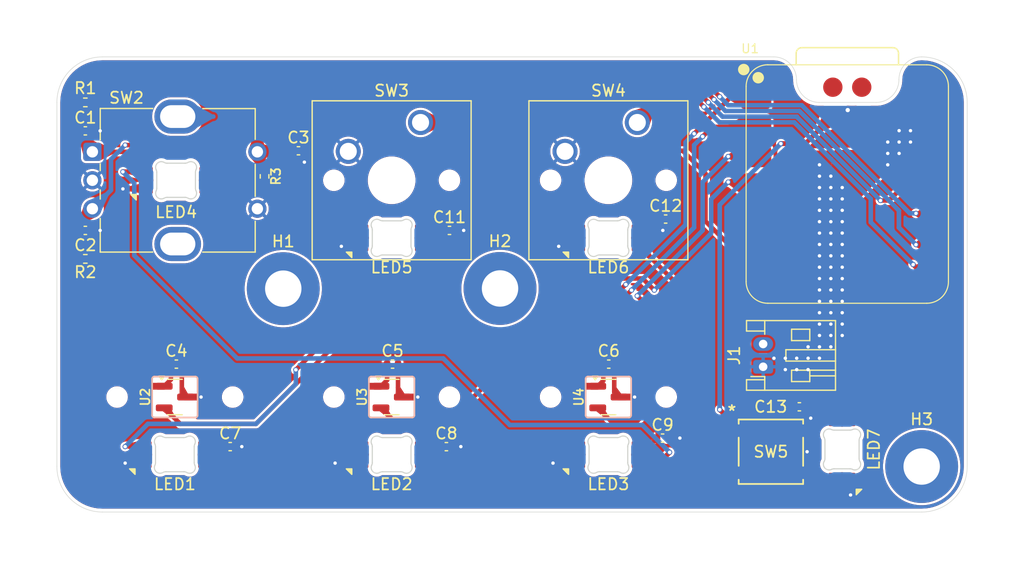
<source format=kicad_pcb>
(kicad_pcb (version 20241229) (generator "pcbnew") (generator_version "9.0")
  (layers (0 "F.Cu" signal) (2 "B.Cu" signal) (13 "F.Paste" user) (15 "B.Paste" user) (5 "F.SilkS" user "F.Silkscreen") (7 "B.SilkS" user "B.Silkscreen") (1 "F.Mask" user) (3 "B.Mask" user) (25 "Edge.Cuts" user))
  (net 0 "")
  (net 1 "GND")
  (net 2 "/D8")
  (net 3 "/D9")
  (net 4 "/D10")
  (net 5 "+3.3V")
  (net 6 "Net-(J1-Pin_2)")
  (net 7 "Net-(LED1-DOUT)")
  (net 8 "/A3")
  (net 9 "Net-(LED2-DOUT)")
  (net 10 "Net-(LED3-DOUT)")
  (net 11 "Net-(LED4-DOUT)")
  (net 12 "Net-(LED5-DOUT)")
  (net 13 "Net-(LED6-DOUT)")
  (net 14 "Net-(LED7-DOUT)")
  (net 15 "/RESET")
  (net 16 "/D6")
  (net 17 "/D7")
  (net 18 "/A5")
  (net 19 "+5V")
  (net 21 "/A0")
  (net 25 "/A1")
  (net 26 "/A4")
  (net 27 "/A2")
  (footprint "Button_Switch_Keyboard:SW_Cherry_MX_1.00u_PCB" (layer "F.Cu") (at 131.00875 75.76375)
    (property "Reference" "SW4")
    (property "Value" "SW_Push")
  )
  (footprint "Capacitor_SMD:C_0402_1005Metric" (layer "F.Cu") (at 95.23 104.25)
    (property "Reference" "C7")
    (property "Value" "100n")
  )
  (footprint "Capacitor_SMD:C_0402_1005Metric" (layer "F.Cu") (at 82.5 85.25)
    (property "Reference" "C2")
    (property "Value" "100n")
  )
  (footprint "PCM_marbastlib-mx:LED_MX_6028R" (layer "F.Cu") (at 109.41875 104.95625)
    (property "Reference" "LED2")
    (property "Value" "MX_SK6812MINI-E")
    (fp_line (start -1.699999 -0.702843) (end -1.699999 0.702841) (stroke (width 0.1)) (layer "Edge.Cuts"))
    (fp_line (start -0.794452 1.499999) (end 0.794452 1.499999) (stroke (width 0.1)) (layer "Edge.Cuts"))
    (fp_line (start 0.794452 -1.5) (end -0.794453 -1.5) (stroke (width 0.1)) (layer "Edge.Cuts"))
    (fp_line (start 1.699999 0.702841) (end 1.699999 -0.702843) (stroke (width 0.1)) (layer "Edge.Cuts"))
    (fp_arc (start -1.749484 -0.919721) (mid -1.712527 -0.814069) (end -1.699999 -0.702844) (stroke (width 0.1)) (layer "Edge.Cuts"))
    (fp_arc (start -1.749484 -0.919721) (mid -1.638071 -1.504035) (end -1.046711 -1.568299) (stroke (width 0.1)) (layer "Edge.Cuts"))
    (fp_arc (start -1.699999 0.702841) (mid -1.712527 0.814067) (end -1.749484 0.919719) (stroke (width 0.1)) (layer "Edge.Cuts"))
    (fp_arc (start -1.046711 1.568298) (mid -1.638072 1.504034) (end -1.749484 0.919718) (stroke (width 0.1)) (layer "Edge.Cuts"))
    (fp_arc (start -1.046711 1.568298) (mid -0.925123 1.517376) (end -0.794452 1.499999) (stroke (width 0.1)) (layer "Edge.Cuts"))
    (fp_arc (start -0.794453 -1.5) (mid -0.925123 -1.517377) (end -1.046711 -1.568299) (stroke (width 0.1)) (layer "Edge.Cuts"))
    (fp_arc (start 0.794452 1.499999) (mid 0.925122 1.517376) (end 1.04671 1.568298) (stroke (width 0.1)) (layer "Edge.Cuts"))
    (fp_arc (start 1.046711 -1.5683) (mid 0.925123 -1.517378) (end 0.794453 -1.500001) (stroke (width 0.1)) (layer "Edge.Cuts"))
    (fp_arc (start 1.046711 -1.5683) (mid 1.638071 -1.504036) (end 1.749484 -0.919721) (stroke (width 0.1)) (layer "Edge.Cuts"))
    (fp_arc (start 1.699999 -0.702843) (mid 1.712527 -0.814069) (end 1.749484 -0.919721) (stroke (width 0.1)) (layer "Edge.Cuts"))
    (fp_arc (start 1.749484 0.919719) (mid 1.63807 1.504033) (end 1.046711 1.568296) (stroke (width 0.1)) (layer "Edge.Cuts"))
    (fp_arc (start 1.749484 0.919719) (mid 1.712527 0.814067) (end 1.699999 0.702842) (stroke (width 0.1)) (layer "Edge.Cuts"))
  )
  (footprint "PTS526_SM15_SMTR2_LFS:SON4_PTS526 SM15 SMTR2 LFS_CNK" (layer "F.Cu") (at 142.75 104.7)
    (property "Reference" "SW5")
    (property "Value" "PTS526 SM15 SMTR2 LFS")
  )
  (footprint "PCM_marbastlib-mx:LED_MX_6028R" (layer "F.Cu") (at 128.46875 104.95625)
    (property "Reference" "LED3")
    (property "Value" "MX_SK6812MINI-E")
    (fp_line (start -1.699999 -0.702843) (end -1.699999 0.702841) (stroke (width 0.1)) (layer "Edge.Cuts"))
    (fp_line (start -0.794452 1.499999) (end 0.794452 1.499999) (stroke (width 0.1)) (layer "Edge.Cuts"))
    (fp_line (start 0.794452 -1.5) (end -0.794453 -1.5) (stroke (width 0.1)) (layer "Edge.Cuts"))
    (fp_line (start 1.699999 0.702841) (end 1.699999 -0.702843) (stroke (width 0.1)) (layer "Edge.Cuts"))
    (fp_arc (start -1.749484 -0.919721) (mid -1.712527 -0.814069) (end -1.699999 -0.702844) (stroke (width 0.1)) (layer "Edge.Cuts"))
    (fp_arc (start -1.749484 -0.919721) (mid -1.638071 -1.504035) (end -1.046711 -1.568299) (stroke (width 0.1)) (layer "Edge.Cuts"))
    (fp_arc (start -1.699999 0.702841) (mid -1.712527 0.814067) (end -1.749484 0.919719) (stroke (width 0.1)) (layer "Edge.Cuts"))
    (fp_arc (start -1.046711 1.568298) (mid -1.638072 1.504034) (end -1.749484 0.919718) (stroke (width 0.1)) (layer "Edge.Cuts"))
    (fp_arc (start -1.046711 1.568298) (mid -0.925123 1.517376) (end -0.794452 1.499999) (stroke (width 0.1)) (layer "Edge.Cuts"))
    (fp_arc (start -0.794453 -1.5) (mid -0.925123 -1.517377) (end -1.046711 -1.568299) (stroke (width 0.1)) (layer "Edge.Cuts"))
    (fp_arc (start 0.794452 1.499999) (mid 0.925122 1.517376) (end 1.04671 1.568298) (stroke (width 0.1)) (layer "Edge.Cuts"))
    (fp_arc (start 1.046711 -1.5683) (mid 0.925123 -1.517378) (end 0.794453 -1.500001) (stroke (width 0.1)) (layer "Edge.Cuts"))
    (fp_arc (start 1.046711 -1.5683) (mid 1.638071 -1.504036) (end 1.749484 -0.919721) (stroke (width 0.1)) (layer "Edge.Cuts"))
    (fp_arc (start 1.699999 -0.702843) (mid 1.712527 -0.814069) (end 1.749484 -0.919721) (stroke (width 0.1)) (layer "Edge.Cuts"))
    (fp_arc (start 1.749484 0.919719) (mid 1.63807 1.504033) (end 1.046711 1.568296) (stroke (width 0.1)) (layer "Edge.Cuts"))
    (fp_arc (start 1.749484 0.919719) (mid 1.712527 0.814067) (end 1.699999 0.702842) (stroke (width 0.1)) (layer "Edge.Cuts"))
  )
  (footprint "PCM_marbastlib-he:SW_MX_HE_0deg_1u" (layer "F.Cu") (at 90.36875 99.89375)
    (property "Reference" "U2")
    (property "Value" "AH49FNTR-G1")
  )
  (footprint "MountingHole:MountingHole_3.2mm_M3_Pad" (layer "F.Cu") (at 99.89375 90.36875)
    (property "Reference" "H1")
    (property "Value" "MountingHole")
  )
  (footprint "MountingHole:MountingHole_3.2mm_M3_Pad" (layer "F.Cu") (at 118.94375 90.35125)
    (property "Reference" "H2")
    (property "Value" "MountingHole")
  )
  (footprint "Capacitor_SMD:C_0402_1005Metric" (layer "F.Cu") (at 114.23 104.25341)
    (property "Reference" "C8")
    (property "Value" "100n")
  )
  (footprint "Capacitor_SMD:C_0402_1005Metric" (layer "F.Cu") (at 90.5 97)
    (property "Reference" "C4")
    (property "Value" "100n")
  )
  (footprint "Resistor_SMD:R_0402_1005Metric" (layer "F.Cu") (at 82.5 74 180)
    (property "Reference" "R1")
    (property "Value" "10k")
  )
  (footprint "Capacitor_SMD:C_0402_1005Metric" (layer "F.Cu") (at 133.5 84.25)
    (property "Reference" "C12")
    (property "Value" "100n")
  )
  (footprint "Button_Switch_Keyboard:SW_Cherry_MX_1.00u_PCB" (layer "F.Cu") (at 111.95875 75.76375)
    (property "Reference" "SW3")
    (property "Value" "SW_Push")
  )
  (footprint "Seeed Studio XIAO Series Library:XIAO-nRF52840-SMD" (layer "F.Cu") (at 149.517002 81.232998)
    (property "Reference" "U1")
    (property "Value" "XIAO-nRF52840-SMD")
  )
  (footprint "Capacitor_SMD:C_0402_1005Metric" (layer "F.Cu") (at 114.5 85.25)
    (property "Reference" "C11")
    (property "Value" "100n")
  )
  (footprint "Capacitor_SMD:C_0402_1005Metric" (layer "F.Cu") (at 128.5 97)
    (property "Reference" "C6")
    (property "Value" "100n")
  )
  (footprint "Resistor_SMD:R_0402_1005Metric" (layer "F.Cu") (at 82.5 87.75 180)
    (property "Reference" "R2")
    (property "Value" "10k")
  )
  (footprint "PCM_marbastlib-he:SW_MX_HE_0deg_1u" (layer "F.Cu") (at 128.46875 99.89375)
    (property "Reference" "U4")
    (property "Value" "AH49FNTR-G1")
  )
  (footprint "Connector_JST:JST_PH_S2B-PH-K_1x02_P2.00mm_Horizontal" (layer "F.Cu") (at 142.067002 97.232998 90)
    (property "Reference" "J1")
    (property "Value" "Conn_01x02_Socket")
  )
  (footprint "PCM_marbastlib-mx:LED_MX_6028R" (layer "F.Cu") (at 90.36875 104.95625)
    (property "Reference" "LED1")
    (property "Value" "MX_SK6812MINI-E")
    (fp_line (start -1.699999 -0.702843) (end -1.699999 0.702841) (stroke (width 0.1)) (layer "Edge.Cuts"))
    (fp_line (start -0.794452 1.499999) (end 0.794452 1.499999) (stroke (width 0.1)) (layer "Edge.Cuts"))
    (fp_line (start 0.794452 -1.5) (end -0.794453 -1.5) (stroke (width 0.1)) (layer "Edge.Cuts"))
    (fp_line (start 1.699999 0.702841) (end 1.699999 -0.702843) (stroke (width 0.1)) (layer "Edge.Cuts"))
    (fp_arc (start -1.749484 -0.919721) (mid -1.712527 -0.814069) (end -1.699999 -0.702844) (stroke (width 0.1)) (layer "Edge.Cuts"))
    (fp_arc (start -1.749484 -0.919721) (mid -1.638071 -1.504035) (end -1.046711 -1.568299) (stroke (width 0.1)) (layer "Edge.Cuts"))
    (fp_arc (start -1.699999 0.702841) (mid -1.712527 0.814067) (end -1.749484 0.919719) (stroke (width 0.1)) (layer "Edge.Cuts"))
    (fp_arc (start -1.046711 1.568298) (mid -1.638072 1.504034) (end -1.749484 0.919718) (stroke (width 0.1)) (layer "Edge.Cuts"))
    (fp_arc (start -1.046711 1.568298) (mid -0.925123 1.517376) (end -0.794452 1.499999) (stroke (width 0.1)) (layer "Edge.Cuts"))
    (fp_arc (start -0.794453 -1.5) (mid -0.925123 -1.517377) (end -1.046711 -1.568299) (stroke (width 0.1)) (layer "Edge.Cuts"))
    (fp_arc (start 0.794452 1.499999) (mid 0.925122 1.517376) (end 1.04671 1.568298) (stroke (width 0.1)) (layer "Edge.Cuts"))
    (fp_arc (start 1.046711 -1.5683) (mid 0.925123 -1.517378) (end 0.794453 -1.500001) (stroke (width 0.1)) (layer "Edge.Cuts"))
    (fp_arc (start 1.046711 -1.5683) (mid 1.638071 -1.504036) (end 1.749484 -0.919721) (stroke (width 0.1)) (layer "Edge.Cuts"))
    (fp_arc (start 1.699999 -0.702843) (mid 1.712527 -0.814069) (end 1.749484 -0.919721) (stroke (width 0.1)) (layer "Edge.Cuts"))
    (fp_arc (start 1.749484 0.919719) (mid 1.63807 1.504033) (end 1.046711 1.568296) (stroke (width 0.1)) (layer "Edge.Cuts"))
    (fp_arc (start 1.749484 0.919719) (mid 1.712527 0.814067) (end 1.699999 0.702842) (stroke (width 0.1)) (layer "Edge.Cuts"))
  )
  (footprint "Capacitor_SMD:C_0402_1005Metric" (layer "F.Cu") (at 82.5 76.5)
    (property "Reference" "C1")
    (property "Value" "100n")
  )
  (footprint "Capacitor_SMD:C_0402_1005Metric" (layer "F.Cu") (at 101.23 78.25)
    (property "Reference" "C3")
    (property "Value" "100n")
  )
  (footprint "PCM_marbastlib-mx:LED_MX_6028R" (layer "F.Cu") (at 128.46875 85.90625)
    (property "Reference" "LED6")
    (property "Value" "MX_SK6812MINI-E")
    (fp_line (start -1.699999 -0.702843) (end -1.699999 0.702841) (stroke (width 0.1)) (layer "Edge.Cuts"))
    (fp_line (start -0.794452 1.499999) (end 0.794452 1.499999) (stroke (width 0.1)) (layer "Edge.Cuts"))
    (fp_line (start 0.794452 -1.5) (end -0.794453 -1.5) (stroke (width 0.1)) (layer "Edge.Cuts"))
    (fp_line (start 1.699999 0.702841) (end 1.699999 -0.702843) (stroke (width 0.1)) (layer "Edge.Cuts"))
    (fp_arc (start -1.749484 -0.919721) (mid -1.712527 -0.814069) (end -1.699999 -0.702844) (stroke (width 0.1)) (layer "Edge.Cuts"))
    (fp_arc (start -1.749484 -0.919721) (mid -1.638071 -1.504035) (end -1.046711 -1.568299) (stroke (width 0.1)) (layer "Edge.Cuts"))
    (fp_arc (start -1.699999 0.702841) (mid -1.712527 0.814067) (end -1.749484 0.919719) (stroke (width 0.1)) (layer "Edge.Cuts"))
    (fp_arc (start -1.046711 1.568298) (mid -1.638072 1.504034) (end -1.749484 0.919718) (stroke (width 0.1)) (layer "Edge.Cuts"))
    (fp_arc (start -1.046711 1.568298) (mid -0.925123 1.517376) (end -0.794452 1.499999) (stroke (width 0.1)) (layer "Edge.Cuts"))
    (fp_arc (start -0.794453 -1.5) (mid -0.925123 -1.517377) (end -1.046711 -1.568299) (stroke (width 0.1)) (layer "Edge.Cuts"))
    (fp_arc (start 0.794452 1.499999) (mid 0.925122 1.517376) (end 1.04671 1.568298) (stroke (width 0.1)) (layer "Edge.Cuts"))
    (fp_arc (start 1.046711 -1.5683) (mid 0.925123 -1.517378) (end 0.794453 -1.500001) (stroke (width 0.1)) (layer "Edge.Cuts"))
    (fp_arc (start 1.046711 -1.5683) (mid 1.638071 -1.504036) (end 1.749484 -0.919721) (stroke (width 0.1)) (layer "Edge.Cuts"))
    (fp_arc (start 1.699999 -0.702843) (mid 1.712527 -0.814069) (end 1.749484 -0.919721) (stroke (width 0.1)) (layer "Edge.Cuts"))
    (fp_arc (start 1.749484 0.919719) (mid 1.63807 1.504033) (end 1.046711 1.568296) (stroke (width 0.1)) (layer "Edge.Cuts"))
    (fp_arc (start 1.749484 0.919719) (mid 1.712527 0.814067) (end 1.699999 0.702842) (stroke (width 0.1)) (layer "Edge.Cuts"))
  )
  (footprint "PCM_marbastlib-various:LED_6028R" (layer "F.Cu") (at 90.47625 80.843751)
    (property "Reference" "LED4")
    (property "Value" "SK6812MINI-E")
    (fp_line (start -1.699999 -0.702843) (end -1.699999 0.702841) (stroke (width 0.1)) (layer "Edge.Cuts"))
    (fp_line (start -0.794452 1.499999) (end 0.794452 1.499999) (stroke (width 0.1)) (layer "Edge.Cuts"))
    (fp_line (start 0.794452 -1.5) (end -0.794453 -1.5) (stroke (width 0.1)) (layer "Edge.Cuts"))
    (fp_line (start 1.699999 0.702841) (end 1.699999 -0.702843) (stroke (width 0.1)) (layer "Edge.Cuts"))
    (fp_arc (start -1.749484 -0.919721) (mid -1.712527 -0.814069) (end -1.699999 -0.702844) (stroke (width 0.1)) (layer "Edge.Cuts"))
    (fp_arc (start -1.749484 -0.919721) (mid -1.638071 -1.504036) (end -1.046711 -1.568299) (stroke (width 0.1)) (layer "Edge.Cuts"))
    (fp_arc (start -1.699999 0.702841) (mid -1.712527 0.814067) (end -1.749484 0.919719) (stroke (width 0.1)) (layer "Edge.Cuts"))
    (fp_arc (start -1.046711 1.568298) (mid -1.638072 1.504034) (end -1.749484 0.919718) (stroke (width 0.1)) (layer "Edge.Cuts"))
    (fp_arc (start -1.046711 1.568298) (mid -0.925123 1.517376) (end -0.794452 1.499999) (stroke (width 0.1)) (layer "Edge.Cuts"))
    (fp_arc (start -0.794453 -1.5) (mid -0.925123 -1.517377) (end -1.046711 -1.568299) (stroke (width 0.1)) (layer "Edge.Cuts"))
    (fp_arc (start 0.794452 1.499999) (mid 0.925122 1.517376) (end 1.04671 1.568298) (stroke (width 0.1)) (layer "Edge.Cuts"))
    (fp_arc (start 1.046711 -1.5683) (mid 0.925123 -1.517378) (end 0.794453 -1.500001) (stroke (width 0.1)) (layer "Edge.Cuts"))
    (fp_arc (start 1.046711 -1.5683) (mid 1.638071 -1.504036) (end 1.749484 -0.919721) (stroke (width 0.1)) (layer "Edge.Cuts"))
    (fp_arc (start 1.699999 -0.702843) (mid 1.712527 -0.814069) (end 1.749484 -0.919721) (stroke (width 0.1)) (layer "Edge.Cuts"))
    (fp_arc (start 1.749484 0.919719) (mid 1.63807 1.504033) (end 1.046711 1.568296) (stroke (width 0.1)) (layer "Edge.Cuts"))
    (fp_arc (start 1.749484 0.919719) (mid 1.712527 0.814067) (end 1.699999 0.702842) (stroke (width 0.1)) (layer "Edge.Cuts"))
  )
  (footprint "PCM_marbastlib-various:LED_6028R" (layer "F.Cu") (at 149 104.5 90)
    (property "Reference" "LED7")
    (property "Value" "SK6812MINI-E")
    (fp_line (start 0.794452 -1.5) (end -0.794453 -1.5) (stroke (width 0.1)) (layer "Edge.Cuts"))
    (fp_line (start -1.699999 -0.702843) (end -1.699999 0.702841) (stroke (width 0.1)) (layer "Edge.Cuts"))
    (fp_line (start 1.699999 0.702841) (end 1.699999 -0.702843) (stroke (width 0.1)) (layer "Edge.Cuts"))
    (fp_line (start -0.794452 1.499999) (end 0.794452 1.499999) (stroke (width 0.1)) (layer "Edge.Cuts"))
    (fp_arc (start 1.046711 -1.5683) (mid 0.925123 -1.517378) (end 0.794453 -1.500001) (stroke (width 0.1)) (layer "Edge.Cuts"))
    (fp_arc (start 1.046711 -1.5683) (mid 1.638071 -1.504036) (end 1.749484 -0.919721) (stroke (width 0.1)) (layer "Edge.Cuts"))
    (fp_arc (start -0.794453 -1.5) (mid -0.925123 -1.517377) (end -1.046711 -1.568299) (stroke (width 0.1)) (layer "Edge.Cuts"))
    (fp_arc (start -1.749484 -0.919721) (mid -1.638071 -1.504036) (end -1.046711 -1.568299) (stroke (width 0.1)) (layer "Edge.Cuts"))
    (fp_arc (start -1.749484 -0.919721) (mid -1.712527 -0.814069) (end -1.699999 -0.702844) (stroke (width 0.1)) (layer "Edge.Cuts"))
    (fp_arc (start 1.699999 -0.702843) (mid 1.712527 -0.814069) (end 1.749484 -0.919721) (stroke (width 0.1)) (layer "Edge.Cuts"))
    (fp_arc (start -1.699999 0.702841) (mid -1.712527 0.814067) (end -1.749484 0.919719) (stroke (width 0.1)) (layer "Edge.Cuts"))
    (fp_arc (start 1.749484 0.919719) (mid 1.712527 0.814067) (end 1.699999 0.702842) (stroke (width 0.1)) (layer "Edge.Cuts"))
    (fp_arc (start 1.749484 0.919719) (mid 1.63807 1.504033) (end 1.046711 1.568296) (stroke (width 0.1)) (layer "Edge.Cuts"))
    (fp_arc (start 0.794452 1.499999) (mid 0.925122 1.517376) (end 1.04671 1.568298) (stroke (width 0.1)) (layer "Edge.Cuts"))
    (fp_arc (start -1.046711 1.568298) (mid -1.638072 1.504034) (end -1.749484 0.919718) (stroke (width 0.1)) (layer "Edge.Cuts"))
    (fp_arc (start -1.046711 1.568298) (mid -0.925123 1.517376) (end -0.794452 1.499999) (stroke (width 0.1)) (layer "Edge.Cuts"))
  )
  (footprint "MountingHole:MountingHole_3.2mm_M3_Pad" (layer "F.Cu") (at 156 106)
    (property "Reference" "H3")
    (property "Value" "MountingHole")
  )
  (footprint "Resistor_SMD:R_0402_1005Metric" (layer "F.Cu") (at 98.25 80.5 90)
    (property "Reference" "R3")
    (property "Value" "10k")
  )
  (footprint "Capacitor_SMD:C_0402_1005Metric" (layer "F.Cu") (at 133.23 103.5)
    (property "Reference" "C9")
    (property "Value" "100n")
  )
  (footprint "Rotary_Encoder:RotaryEncoder_Bourns_Vertical_PEC12R-3x17F-Sxxxx" (layer "F.Cu") (at 83.11875 78.34375)
    (property "Reference" "SW2")
    (property "Value" "RotaryEncoder_Switch")
  )
  (footprint "Capacitor_SMD:C_0402_1005Metric" (layer "F.Cu") (at 145.25 100.75 180)
    (property "Reference" "C13")
    (property "Value" "100n")
  )
  (footprint "PCM_marbastlib-he:SW_MX_HE_0deg_1u" (layer "F.Cu") (at 109.41875 99.89375)
    (property "Reference" "U3")
    (property "Value" "AH49FNTR-G1")
  )
  (footprint "Capacitor_SMD:C_0402_1005Metric" (layer "F.Cu") (at 109.5 97)
    (property "Reference" "C5")
    (property "Value" "100n")
  )
  (footprint "PCM_marbastlib-mx:LED_MX_6028R" (layer "F.Cu") (at 109.41875 85.90625)
    (property "Reference" "LED5")
    (property "Value" "MX_SK6812MINI-E")
    (fp_line (start -1.699999 -0.702843) (end -1.699999 0.702841) (stroke (width 0.1)) (layer "Edge.Cuts"))
    (fp_line (start -0.794452 1.499999) (end 0.794452 1.499999) (stroke (width 0.1)) (layer "Edge.Cuts"))
    (fp_line (start 0.794452 -1.5) (end -0.794453 -1.5) (stroke (width 0.1)) (layer "Edge.Cuts"))
    (fp_line (start 1.699999 0.702841) (end 1.699999 -0.702843) (stroke (width 0.1)) (layer "Edge.Cuts"))
    (fp_arc (start -1.749484 -0.919721) (mid -1.712527 -0.814069) (end -1.699999 -0.702844) (stroke (width 0.1)) (layer "Edge.Cuts"))
    (fp_arc (start -1.749484 -0.919721) (mid -1.638071 -1.504035) (end -1.046711 -1.568299) (stroke (width 0.1)) (layer "Edge.Cuts"))
    (fp_arc (start -1.699999 0.702841) (mid -1.712527 0.814067) (end -1.749484 0.919719) (stroke (width 0.1)) (layer "Edge.Cuts"))
    (fp_arc (start -1.046711 1.568298) (mid -1.638072 1.504034) (end -1.749484 0.919718) (stroke (width 0.1)) (layer "Edge.Cuts"))
    (fp_arc (start -1.046711 1.568298) (mid -0.925123 1.517376) (end -0.794452 1.499999) (stroke (width 0.1)) (layer "Edge.Cuts"))
    (fp_arc (start -0.794453 -1.5) (mid -0.925123 -1.517377) (end -1.046711 -1.568299) (stroke (width 0.1)) (layer "Edge.Cuts"))
    (fp_arc (start 0.794452 1.499999) (mid 0.925122 1.517376) (end 1.04671 1.568298) (stroke (width 0.1)) (layer "Edge.Cuts"))
    (fp_arc (start 1.046711 -1.5683) (mid 0.925123 -1.517378) (end 0.794453 -1.500001) (stroke (width 0.1)) (layer "Edge.Cuts"))
    (fp_arc (start 1.046711 -1.5683) (mid 1.638071 -1.504036) (end 1.749484 -0.919721) (stroke (width 0.1)) (layer "Edge.Cuts"))
    (fp_arc (start 1.699999 -0.702843) (mid 1.712527 -0.814069) (end 1.749484 -0.919721) (stroke (width 0.1)) (layer "Edge.Cuts"))
    (fp_arc (start 1.749484 0.919719) (mid 1.63807 1.504033) (end 1.046711 1.568296) (stroke (width 0.1)) (layer "Edge.Cuts"))
    (fp_arc (start 1.749484 0.919719) (mid 1.712527 0.814067) (end 1.699999 0.702842) (stroke (width 0.1)) (layer "Edge.Cuts"))
  )
  (gr_arc (start 154 72) (mid 154.585786 70.585786) (end 156 70) (stroke (width 0.05)) (layer "Edge.Cuts"))
  (gr_line (start 143 70) (end 84 70) (stroke (width 0.05)) (layer "Edge.Cuts"))
  (gr_arc (start 160 106) (mid 158.828427 108.828427) (end 156 110) (stroke (width 0.05)) (layer "Edge.Cuts"))
  (gr_line (start 147 74) (end 152 74) (stroke (width 0.05)) (layer "Edge.Cuts"))
  (gr_line (start 160 106) (end 160 74) (stroke (width 0.05)) (layer "Edge.Cuts"))
  (gr_arc (start 80 74) (mid 81.171573 71.171573) (end 84 70) (stroke (width 0.05)) (layer "Edge.Cuts"))
  (gr_arc (start 156 70) (mid 158.828427 71.171573) (end 160 74) (stroke (width 0.05)) (layer "Edge.Cuts"))
  (gr_arc (start 154 72) (mid 153.414214 73.414214) (end 152 74) (stroke (width 0.05)) (layer "Edge.Cuts"))
  (gr_arc (start 143 70) (mid 144.414214 70.585786) (end 145 72) (stroke (width 0.05)) (layer "Edge.Cuts"))
  (gr_line (start 80 106) (end 80 74) (stroke (width 0.05)) (layer "Edge.Cuts"))
  (gr_line (start 156 110) (end 84 110) (stroke (width 0.05)) (layer "Edge.Cuts"))
  (gr_arc (start 147 74) (mid 145.585786 73.414214) (end 145 72) (stroke (width 0.05)) (layer "Edge.Cuts"))
  (gr_arc (start 84 110) (mid 81.171573 108.828427) (end 80 106) (stroke (width 0.05)) (layer "Edge.Cuts"))
  (segment (start 90.61875 75.24375) (end 93.74375 75.24375) (width 0.4) (layer "B.Cu") (net 0))
  (segment (start 110.35625 99.89375) (end 111.71875 99.89375) (width 0.6) (layer "F.Cu") (net 1))
  (segment (start 101.71 79.21) (end 101.75 79.25) (width 0.4) (layer "F.Cu") (net 1))
  (segment (start 144.77 100.75) (end 145.77 101.75) (width 0.4) (layer "F.Cu") (net 1))
  (segment (start 128.98 97) (end 128.98 99.4675) (width 0.4) (layer "F.Cu") (net 1))
  (segment (start 106.69375 105.70625) (end 104.45625 105.70625) (width 0.4) (layer "F.Cu") (net 1))
  (segment (start 128.98 99.4675) (end 129.40625 99.89375) (width 0.4) (layer "F.Cu") (net 1))
  (segment (start 133.71 103.5) (end 134.75 103.5) (width 0.4) (layer "F.Cu") (net 1))
  (segment (start 91.30625 99.89375) (end 92.66875 99.89375) (width 0.6) (layer "F.Cu") (net 1))
  (segment (start 109.98 97) (end 109.98 99.5175) (width 0.4) (layer "F.Cu") (net 1))
  (segment (start 133.98 84.25) (end 133.98 84.52) (width 0.4) (layer "F.Cu") (net 1))
  (segment (start 109.98 99.5175) (end 110.35625 99.89375) (width 0.4) (layer "F.Cu") (net 1))
  (segment (start 149.75 107.225) (end 149.75 108.5) (width 0.4) (layer "F.Cu") (net 1))
  (segment (start 114.98 85.25) (end 115.75 85.25) (width 0.4) (layer "F.Cu") (net 1))
  (segment (start 149.5 74.675) (end 150.202504 74.675) (width 0.75) (layer "F.Cu") (net 1))
  (segment (start 82.98 76.5) (end 83.8 76.5) (width 0.4) (layer "F.Cu") (net 1))
  (segment (start 115.49659 104.25341) (end 115.5 104.25) (width 0.4) (layer "F.Cu") (net 1))
  (segment (start 90.98 97) (end 90.98 99.5675) (width 0.4) (layer "F.Cu") (net 1))
  (segment (start 123.60625 105.70625) (end 123.6 105.7) (width 0.4) (layer "F.Cu") (net 1))
  (segment (start 133.98 84.52) (end 133.25 85.25) (width 0.4) (layer "F.Cu") (net 1))
  (segment (start 125.74375 105.70625) (end 123.60625 105.70625) (width 0.4) (layer "F.Cu") (net 1))
  (segment (start 125.74375 86.65625) (end 124.10625 86.65625) (width 0.4) (layer "F.Cu") (net 1))
  (segment (start 87.75125 81.593751) (end 85.806249 81.593751) (width 0.4) (layer "F.Cu") (net 1))
  (segment (start 104.45625 105.70625) (end 104.45 105.7) (width 0.4) (layer "F.Cu") (net 1))
  (segment (start 106.69375 86.65625) (end 105.00625 86.65625) (width 0.4) (layer "F.Cu") (net 1))
  (segment (start 105.00625 86.65625) (end 105 86.65) (width 0.4) (layer "F.Cu") (net 1))
  (segment (start 129.40625 99.89375) (end 130.76875 99.89375) (width 0.6) (layer "F.Cu") (net 1))
  (segment (start 95.71 104.25) (end 96.25 104.25) (width 0.4) (layer "F.Cu") (net 1))
  (segment (start 124.10625 86.65625) (end 124.1 86.65) (width 0.4) (layer "F.Cu") (net 1))
  (segment (start 101.71 78.25) (end 101.71 79.21) (width 0.4) (layer "F.Cu") (net 1))
  (segment (start 90.98 99.5675) (end 91.30625 99.89375) (width 0.4) (layer "F.Cu") (net 1))
  (segment (start 87.64375 105.70625) (end 86.00625 105.70625) (width 0.4) (layer "F.Cu") (net 1))
  (segment (start 85.806249 81.593751) (end 85.8 81.6) (width 0.4) (layer "F.Cu") (net 1))
  (segment (start 145.930349 106.549999) (end 145.930349 102.850001) (width 0.4) (layer "F.Cu") (net 1))
  (segment (start 150.202504 74.675) (end 150.732002 75.204498) (width 0.75) (layer "F.Cu") (net 1))
  (segment (start 145.930349 106.549999) (end 145.930349 106.25) (width 0.4) (layer "F.Cu") (net 1))
  (segment (start 114.71 104.25341) (end 115.49659 104.25341) (width 0.4) (layer "F.Cu") (net 1))
  (segment (start 86.00625 105.70625) (end 86 105.7) (width 0.4) (layer "F.Cu") (net 1))
  (segment (start 82.98 85.25) (end 83.8 85.25) (width 0.4) (layer "F.Cu") (net 1))
  (segment (start 145.77 101.75) (end 146.25 101.75) (width 0.4) (layer "F.Cu") (net 1))
  (via (at 155.017002 76.482998) (size 0.45) (drill 0.3) (layers "F.Cu" "B.Cu") (net 1))
  (via (at 144.017002 96.482998) (size 0.45) (drill 0.3) (layers "F.Cu" "B.Cu") (net 1))
  (via (at 105 86.65) (size 0.45) (drill 0.3) (layers "F.Cu" "B.Cu") (net 1))
  (via (at 147.017002 83.482998) (size 0.45) (drill 0.3) (layers "F.Cu" "B.Cu") (net 1))
  (via (at 148.017002 86.482998) (size 0.45) (drill 0.3) (layers "F.Cu" "B.Cu") (net 1))
  (via (at 148.017002 91.482998) (size 0.45) (drill 0.3) (layers "F.Cu" "B.Cu") (net 1))
  (via (at 146.017002 95.482998) (size 0.45) (drill 0.3) (layers "F.Cu" "B.Cu") (net 1))
  (via (at 146.017002 97.482998) (size 0.45) (drill 0.3) (layers "F.Cu" "B.Cu") (net 1))
  (via (at 154.017002 77.482998) (size 0.45) (drill 0.3) (layers "F.Cu" "B.Cu") (net 1))
  (via (at 148.017002 90.482998) (size 0.45) (drill 0.3) (layers "F.Cu" "B.Cu") (net 1))
  (via (at 149.017002 81.482998) (size 0.45) (drill 0.3) (layers "F.Cu" "B.Cu") (net 1))
  (via (at 149.017002 94.482998) (size 0.45) (drill 0.3) (layers "F.Cu" "B.Cu") (net 1))
  (via (at 148.017002 89.482998) (size 0.45) (drill 0.3) (layers "F.Cu" "B.Cu") (net 1))
  (via (at 147.017002 82.482998) (size 0.45) (drill 0.3) (layers "F.Cu" "B.Cu") (net 1))
  (via (at 147.017002 91.482998) (size 0.45) (drill 0.3) (layers "F.Cu" "B.Cu") (net 1))
  (via (at 96.25 104.25) (size 0.45) (drill 0.3) (layers "F.Cu" "B.Cu") (net 1))
  (via (at 147.017002 81.482998) (size 0.45) (drill 0.3) (layers "F.Cu" "B.Cu") (net 1))
  (via (at 115.5 104.25) (size 0.45) (drill 0.3) (layers "F.Cu" "B.Cu") (net 1))
  (via (at 147.017002 80.482998) (size 0.45) (drill 0.3) (layers "F.Cu" "B.Cu") (net 1))
  (via (at 148.017002 88.482998) (size 0.45) (drill 0.3) (layers "F.Cu" "B.Cu") (net 1))
  (via (at 149.017002 88.482998) (size 0.45) (drill 0.3) (layers "F.Cu" "B.Cu") (net 1))
  (via (at 149.017002 87.482998) (size 0.45) (drill 0.3) (layers "F.Cu" "B.Cu") (net 1))
  (via (at 149.017002 84.482998) (size 0.45) (drill 0.3) (layers "F.Cu" "B.Cu") (net 1))
  (via (at 123.6 105.7) (size 0.45) (drill 0.3) (layers "F.Cu" "B.Cu") (net 1))
  (via (at 146.25 101.75) (size 0.45) (drill 0.3) (layers "F.Cu" "B.Cu") (net 1))
  (via (at 115.75 85.25) (size 0.45) (drill 0.3) (layers "F.Cu" "B.Cu") (net 1))
  (via (at 147.017002 93.482998) (size 0.45) (drill 0.3) (layers "F.Cu" "B.Cu") (net 1))
  (via (at 155.017002 77.482998) (size 0.45) (drill 0.3) (layers "F.Cu" "B.Cu") (net 1))
  (via (at 83.8 76.5) (size 0.45) (drill 0.3) (layers "F.Cu" "B.Cu") (net 1))
  (via (at 147.017002 89.482998) (size 0.45) (drill 0.3) (layers "F.Cu" "B.Cu") (net 1))
  (via (at 144.017002 97.482998) (size 0.45) (drill 0.3) (layers "F.Cu" "B.Cu") (net 1))
  (via (at 101.75 79.25) (size 0.45) (drill 0.3) (layers "F.Cu" "B.Cu") (net 1))
  (via (at 145.017002 96.482998) (size 0.45) (drill 0.3) (layers "F.Cu" "B.Cu") (net 1))
  (via (at 149.5 74.675) (size 0.75) (drill 0.375) (layers "F.Cu" "B.Cu") (net 1))
  (via (at 148.017002 95.482998) (size 0.45) (drill 0.3) (layers "F.Cu" "B.Cu") (net 1))
  (via (at 124.1 86.65) (size 0.45) (drill 0.3) (layers "F.Cu" "B.Cu") (net 1))
  (via (at 147.017002 95.482998) (size 0.45) (drill 0.3) (layers "F.Cu" "B.Cu") (net 1))
  (via (at 147.017002 96.482998) (size 0.45) (drill 0.3) (layers "F.Cu" "B.Cu") (net 1))
  (via (at 147.017002 84.482998) (size 0.45) (drill 0.3) (layers "F.Cu" "B.Cu") (net 1))
  (via (at 149.017002 90.482998) (size 0.45) (drill 0.3) (layers "F.Cu" "B.Cu") (net 1))
  (via (at 153.017002 78.482998) (size 0.45) (drill 0.3) (layers "F.Cu" "B.Cu") (net 1))
  (via (at 147.017002 94.482998) (size 0.45) (drill 0.3) (layers "F.Cu" "B.Cu") (net 1))
  (via (at 148.017002 93.482998) (size 0.45) (drill 0.3) (layers "F.Cu" "B.Cu") (net 1))
  (via (at 149.017002 89.482998) (size 0.45) (drill 0.3) (layers "F.Cu" "B.Cu") (net 1))
  (via (at 154.017002 78.482998) (size 0.45) (drill 0.3) (layers "F.Cu" "B.Cu") (net 1))
  (via (at 148.017002 87.482998) (size 0.45) (drill 0.3) (layers "F.Cu" "B.Cu") (net 1))
  (via (at 145.930349 104.7) (size 0.45) (drill 0.3) (layers "F.Cu" "B.Cu") (net 1))
  (via (at 133.25 85.25) (size 0.45) (drill 0.3) (layers "F.Cu" "B.Cu") (net 1))
  (via (at 147.017002 79.482998) (size 0.45) (drill 0.3) (layers "F.Cu" "B.Cu") (net 1))
  (via (at 148.017002 82.482998) (size 0.45) (drill 0.3) (layers "F.Cu" "B.Cu") (net 1))
  (via (at 149.017002 83.482998) (size 0.45) (drill 0.3) (layers "F.Cu" "B.Cu") (net 1))
  (via (at 149.017002 92.482998) (size 0.45) (drill 0.3) (layers "F.Cu" "B.Cu") (net 1))
  (via (at 104.45 105.7) (size 0.45) (drill 0.3) (layers "F.Cu" "B.Cu") (net 1))
  (via (at 149.75 108.5) (size 0.45) (drill 0.3) (layers "F.Cu" "B.Cu") (net 1))
  (via (at 146.017002 96.482998) (size 0.45) (drill 0.3) (layers "F.Cu" "B.Cu") (net 1))
  (via (at 147.017002 86.482998) (size 0.45) (drill 0.3) (layers "F.Cu" "B.Cu") (net 1))
  (via (at 153.017002 79.482998) (size 0.45) (drill 0.3) (layers "F.Cu" "B.Cu") (net 1))
  (via (at 147.017002 90.482998) (size 0.45) (drill 0.3) (layers "F.Cu" "B.Cu") (net 1))
  (via (at 86 105.7) (size 0.45) (drill 0.3) (layers "F.Cu" "B.Cu") (net 1))
  (via (at 85.8 81.6) (size 0.45) (drill 0.3) (layers "F.Cu" "B.Cu") (net 1))
  (via (at 147.017002 85.482998) (size 0.45) (drill 0.3) (layers "F.Cu" "B.Cu") (net 1))
  (via (at 148.017002 80.482998) (size 0.45) (drill 0.3) (layers "F.Cu" "B.Cu") (net 1))
  (via (at 149.017002 93.482998) (size 0.45) (drill 0.3) (layers "F.Cu" "B.Cu") (net 1))
  (via (at 147.017002 88.482998) (size 0.45) (drill 0.3) (layers "F.Cu" "B.Cu") (net 1))
  (via (at 148.017002 84.482998) (size 0.45) (drill 0.3) (layers "F.Cu" "B.Cu") (net 1))
  (via (at 148.017002 83.482998) (size 0.45) (drill 0.3) (layers "F.Cu" "B.Cu") (net 1))
  (via (at 134.75 103.5) (size 0.45) (drill 0.3) (layers "F.Cu" "B.Cu") (net 1))
  (via (at 148.017002 85.482998) (size 0.45) (drill 0.3) (layers "F.Cu" "B.Cu") (net 1))
  (via (at 148.017002 92.482998) (size 0.45) (drill 0.3) (layers "F.Cu" "B.Cu") (net 1))
  (via (at 143.017002 96.482998) (size 0.45) (drill 0.3) (layers "F.Cu" "B.Cu") (net 1))
  (via (at 148.017002 94.482998) (size 0.45) (drill 0.3) (layers "F.Cu" "B.Cu") (net 1))
  (via (at 148.017002 81.482998) (size 0.45) (drill 0.3) (layers "F.Cu" "B.Cu") (net 1))
  (via (at 149.017002 82.482998) (size 0.45) (drill 0.3) (layers "F.Cu" "B.Cu") (net 1))
  (via (at 149.017002 85.482998) (size 0.45) (drill 0.3) (layers "F.Cu" "B.Cu") (net 1))
  (via (at 149.017002 91.482998) (size 0.45) (drill 0.3) (layers "F.Cu" "B.Cu") (net 1))
  (via (at 149.017002 86.482998) (size 0.45) (drill 0.3) (layers "F.Cu" "B.Cu") (net 1))
  (via (at 154.017002 76.482998) (size 0.45) (drill 0.3) (layers "F.Cu" "B.Cu") (net 1))
  (via (at 83.8 85.25) (size 0.45) (drill 0.3) (layers "F.Cu" "B.Cu") (net 1))
  (via (at 147.017002 87.482998) (size 0.45) (drill 0.3) (layers "F.Cu" "B.Cu") (net 1))
  (via (at 147.017002 92.482998) (size 0.45) (drill 0.3) (layers "F.Cu" "B.Cu") (net 1))
  (via (at 153.017002 77.482998) (size 0.45) (drill 0.3) (layers "F.Cu" "B.Cu") (net 1))
  (via (at 145.017002 97.482998) (size 0.45) (drill 0.3) (layers "F.Cu" "B.Cu") (net 1))
  (segment (start 92.65625 78.34375) (end 98 73) (width 0.4) (layer "F.Cu") (net 2))
  (segment (start 81.99 74) (end 81.99 76.47) (width 0.4) (layer "F.Cu") (net 2))
  (segment (start 155.5 86.5) (end 157.385 86.5) (width 0.4) (layer "F.Cu") (net 2))
  (segment (start 82.02 77.245) (end 83.11875 78.34375) (width 0.4) (layer "F.Cu") (net 2))
  (segment (start 83.11875 78.34375) (end 92.65625 78.34375) (width 0.4) (layer "F.Cu") (net 2))
  (segment (start 81.99 76.47) (end 82.02 76.5) (width 0.4) (layer "F.Cu") (net 2))
  (segment (start 98 73) (end 137 73) (width 0.4) (layer "F.Cu") (net 2))
  (segment (start 157.385 86.5) (end 157.572002 86.312998) (width 0.4) (layer "F.Cu") (net 2))
  (segment (start 137 73) (end 137.75 73.75) (width 0.4) (layer "F.Cu") (net 2))
  (segment (start 82.02 76.5) (end 82.02 77.245) (width 0.4) (layer "F.Cu") (net 2))
  (via (at 137.75 73.75) (size 0.45) (drill 0.3) (layers "F.Cu" "B.Cu") (net 2))
  (via (at 155.5 86.5) (size 0.45) (drill 0.3) (layers "F.Cu" "B.Cu") (net 2))
  (segment (start 155.5 86.5) (end 154 85) (width 0.4) (layer "B.Cu") (net 2))
  (segment (start 154 85) (end 154 83.5) (width 0.4) (layer "B.Cu") (net 2))
  (segment (start 138.75 74.75) (end 137.75 73.75) (width 0.4) (layer "B.Cu") (net 2))
  (segment (start 145.25 74.75) (end 138.75 74.75) (width 0.4) (layer "B.Cu") (net 2))
  (segment (start 154 83.5) (end 145.25 74.75) (width 0.4) (layer "B.Cu") (net 2))
  (segment (start 82.02 85.25) (end 82.02 84.4425) (width 0.4) (layer "F.Cu") (net 3))
  (segment (start 157.572002 83.772998) (end 155.522998 83.772998) (width 0.4) (layer "F.Cu") (net 3))
  (segment (start 99.75 72.5) (end 97.75 72.5) (width 0.4) (layer "F.Cu") (net 3))
  (segment (start 155.522998 83.772998) (end 155.5 83.75) (width 0.4) (layer "F.Cu") (net 3))
  (segment (start 81.99 85.28) (end 82.02 85.25) (width 0.4) (layer "F.Cu") (net 3))
  (segment (start 82.02 84.4425) (end 83.11875 83.34375) (width 0.4) (layer "F.Cu") (net 3))
  (segment (start 137.249 72.499) (end 137.248 72.5) (width 0.4) (layer "F.Cu") (net 3))
  (segment (start 138.25 73.5) (end 137.249 72.499) (width 0.4) (layer "F.Cu") (net 3))
  (segment (start 92.35598 77.75) (end 86 77.75) (width 0.4) (layer "F.Cu") (net 3))
  (segment (start 92.44873 77.84275) (end 92.35598 77.75) (width 0.4) (layer "F.Cu") (net 3))
  (segment (start 97.75 72.5) (end 97.75 72.541479) (width 0.4) (layer "F.Cu") (net 3))
  (segment (start 97.75 72.541479) (end 92.44873 77.84275) (width 0.4) (layer "F.Cu") (net 3))
  (segment (start 137.248 72.5) (end 99.75 72.5) (width 0.4) (layer "F.Cu") (net 3))
  (segment (start 81.99 87.75) (end 81.99 85.28) (width 0.4) (layer "F.Cu") (net 3))
  (via (at 155.5 83.75) (size 0.45) (drill 0.3) (layers "F.Cu" "B.Cu") (net 3))
  (via (at 138.25 73.5) (size 0.45) (drill 0.3) (layers "F.Cu" "B.Cu") (net 3))
  (via (at 86 77.75) (size 0.45) (drill 0.3) (layers "F.Cu" "B.Cu") (net 3))
  (segment (start 145.45852 74.25) (end 139 74.25) (width 0.4) (layer "B.Cu") (net 3))
  (segment (start 139 74.25) (end 138.25 73.5) (width 0.4) (layer "B.Cu") (net 3))
  (segment (start 155.5 83.75) (end 154.95852 83.75) (width 0.4) (layer "B.Cu") (net 3))
  (segment (start 84.75 79) (end 84.75 81.7125) (width 0.4) (layer "B.Cu") (net 3))
  (segment (start 154.95852 83.75) (end 145.45852 74.25) (width 0.4) (layer "B.Cu") (net 3))
  (segment (start 86 77.75) (end 84.75 79) (width 0.4) (layer "B.Cu") (net 3))
  (segment (start 84.75 81.7125) (end 83.11875 83.34375) (width 0.4) (layer "B.Cu") (net 3))
  (segment (start 153.128768 82.621232) (end 154.517002 81.232998) (width 0.4) (layer "F.Cu") (net 4))
  (segment (start 97.61875 74.88125) (end 98.999 73.501) (width 0.4) (layer "F.Cu") (net 4))
  (segment (start 97.61875 78.34375) (end 97.61875 75.13225) (width 0.4) (layer "F.Cu") (net 4))
  (segment (start 97.61875 79.35875) (end 98.25 79.99) (width 0.4) (layer "F.Cu") (net 4))
  (segment (start 136.25 73.501) (end 136.751 73.501) (width 0.4) (layer "F.Cu") (net 4))
  (segment (start 97.61875 78.34375) (end 97.61875 79.35875) (width 0.4) (layer "F.Cu") (net 4))
  (segment (start 98.999 73.501) (end 127.75 73.501) (width 0.4) (layer "F.Cu") (net 4))
  (segment (start 154.517002 81.232998) (end 157.572002 81.232998) (width 0.4) (layer "F.Cu") (net 4))
  (segment (start 97.61875 75.13225) (end 97.61875 74.88125) (width 0.4) (layer "F.Cu") (net 4))
  (segment (start 97.7125 78.25) (end 97.61875 78.34375) (width 0.4) (layer "F.Cu") (net 4))
  (segment (start 100.75 78.25) (end 97.7125 78.25) (width 0.4) (layer "F.Cu") (net 4))
  (segment (start 136.751 73.501) (end 137.25 74) (width 0.4) (layer "F.Cu") (net 4))
  (segment (start 152.378768 82.621232) (end 153.128768 82.621232) (width 0.4) (layer "F.Cu") (net 4))
  (segment (start 127.75 73.501) (end 136.25 73.501) (width 0.4) (layer "F.Cu") (net 4))
  (via (at 137.25 74) (size 0.45) (drill 0.3) (layers "F.Cu" "B.Cu") (net 4))
  (via (at 152.378768 82.621232) (size 0.45) (drill 0.3) (layers "F.Cu" "B.Cu") (net 4))
  (segment (start 145.04148 75.283944) (end 152.378768 82.621232) (width 0.4) (layer "B.Cu") (net 4))
  (segment (start 145.04148 75.25) (end 145.04148 75.283944) (width 0.4) (layer "B.Cu") (net 4))
  (segment (start 137.25 74) (end 138.5 75.25) (width 0.4) (layer "B.Cu") (net 4))
  (segment (start 138.5 75.25) (end 145.04148 75.25) (width 0.4) (layer "B.Cu") (net 4))
  (segment (start 132.11375 85.15625) (end 133.02 84.25) (width 0.4) (layer "F.Cu") (net 5))
  (segment (start 94.75 104.25) (end 93.1375 104.25) (width 0.4) (layer "F.Cu") (net 5))
  (segment (start 109.02 98.405) (end 108.48125 98.94375) (width 0.4) (layer "F.Cu") (net 5))
  (segment (start 145.73 100.75) (end 147.225 100.75) (width 0.4) (layer "F.Cu") (net 5))
  (segment (start 90.02 98.355) (end 89.43125 98.94375) (width 0.4) (layer "F.Cu") (net 5))
  (segment (start 132.04375 104.20625) (end 132.75 103.5) (width 0.4) (layer "F.Cu") (net 5))
  (segment (start 114.02 85.25) (end 112.2375 85.25) (width 0.4) (layer "F.Cu") (net 5))
  (segment (start 127.53125 98.94375) (end 125.30625 98.94375) (width 0.6) (layer "F.Cu") (net 5))
  (segment (start 89.43125 98.94375) (end 87.30625 98.94375) (width 0.6) (layer "F.Cu") (net 5))
  (segment (start 131.19375 85.15625) (end 132.11375 85.15625) (width 0.4) (layer "F.Cu") (net 5))
  (segment (start 93.1375 104.25) (end 93.09375 104.20625) (width 0.4) (layer "F.Cu") (net 5))
  (segment (start 128.02 98.455) (end 127.53125 98.94375) (width 0.4) (layer "F.Cu") (net 5))
  (segment (start 147.225 100.75) (end 148.25 101.775) (width 0.4) (layer "F.Cu") (net 5))
  (segment (start 109.02 97) (end 109.02 98.405) (width 0.4) (layer "F.Cu") (net 5))
  (segment (start 112.2375 85.25) (end 112.14375 85.15625) (width 0.4) (layer "F.Cu") (net 5))
  (segment (start 128.02 97) (end 128.02 98.455) (width 0.4) (layer "F.Cu") (net 5))
  (segment (start 131.19375 104.20625) (end 132.04375 104.20625) (width 0.4) (layer "F.Cu") (net 5))
  (segment (start 90.02 97) (end 90.02 98.355) (width 0.4) (layer "F.Cu") (net 5))
  (segment (start 108.48125 98.94375) (end 106.30625 98.94375) (width 0.6) (layer "F.Cu") (net 5))
  (segment (start 113.75 104.25341) (end 112.19091 104.25341) (width 0.4) (layer "F.Cu") (net 5))
  (segment (start 112.19091 104.25341) (end 112.14375 104.20625) (width 0.4) (layer "F.Cu") (net 5))
  (segment (start 99.94375 104.20625) (end 106.69375 104.20625) (width 0.4) (layer "F.Cu") (net 7))
  (segment (start 98.44375 105.70625) (end 99.94375 104.20625) (width 0.4) (layer "F.Cu") (net 7))
  (segment (start 93.09375 105.70625) (end 98.44375 105.70625) (width 0.4) (layer "F.Cu") (net 7))
  (segment (start 101 97.5) (end 104.25 94.25) (width 0.4) (layer "F.Cu") (net 8))
  (segment (start 86.04375 104.20625) (end 86 104.25) (width 0.4) (layer "F.Cu") (net 8))
  (segment (start 104.25 94.25) (end 124.5 94.25) (width 0.4) (layer "F.Cu") (net 8))
  (segment (start 124.5 94.25) (end 129.276 89.474) (width 0.4) (layer "F.Cu") (net 8))
  (segment (start 139 81) (end 141.174004 81) (width 0.4) (layer "F.Cu") (net 8))
  (segment (start 141.174004 81) (end 141.407002 81.232998) (width 0.4) (layer "F.Cu") (net 8))
  (segment (start 87.64375 104.20625) (end 86.04375 104.20625) (width 0.4) (layer "F.Cu") (net 8))
  (segment (start 131.474 89.474) (end 132.5 90.5) (width 0.4) (layer "F.Cu") (net 8))
  (segment (start 129.276 89.474) (end 131.474 89.474) (width 0.4) (layer "F.Cu") (net 8))
  (via (at 101 97.5) (size 0.45) (drill 0.3) (layers "F.Cu" "B.Cu") (net 8))
  (via (at 132.5 90.5) (size 0.45) (drill 0.3) (layers "F.Cu" "B.Cu") (net 8))
  (via (at 86 104.25) (size 0.45) (drill 0.3) (layers "F.Cu" "B.Cu") (net 8))
  (via (at 139 81) (size 0.45) (drill 0.3) (layers "F.Cu" "B.Cu") (net 8))
  (segment (start 88 102.25) (end 97.5 102.25) (width 0.4) (layer "B.Cu") (net 8))
  (segment (start 137.5 82.5) (end 139 81) (width 0.4) (layer "B.Cu") (net 8))
  (segment (start 97.5 102.25) (end 101 98.75) (width 0.4) (layer "B.Cu") (net 8))
  (segment (start 132.5 90.5) (end 137.5 85.5) (width 0.4) (layer "B.Cu") (net 8))
  (segment (start 137.5 85.5) (end 137.5 82.5) (width 0.4) (layer "B.Cu") (net 8))
  (segment (start 87.25 103) (end 88 102.25) (width 0.4) (layer "B.Cu") (net 8))
  (segment (start 86 104.25) (end 87.25 103) (width 0.4) (layer "B.Cu") (net 8))
  (segment (start 101 98.75) (end 101 97.5) (width 0.4) (layer "B.Cu") (net 8))
  (segment (start 116.59375 105.70625) (end 118.09375 104.20625) (width 0.4) (layer "F.Cu") (net 9))
  (segment (start 112.14375 105.70625) (end 116.59375 105.70625) (width 0.4) (layer "F.Cu") (net 9))
  (segment (start 118.09375 104.20625) (end 125.74375 104.20625) (width 0.4) (layer "F.Cu") (net 9))
  (segment (start 87.75125 80.093751) (end 85.806249 80.093751) (width 0.4) (layer "F.Cu") (net 10))
  (segment (start 85.806249 80.093751) (end 85.8 80.1) (width 0.4) (layer "F.Cu") (net 10))
  (segment (start 131.19375 105.70625) (end 132.89375 105.70625) (width 0.4) (layer "F.Cu") (net 10))
  (segment (start 132.89375 105.70625) (end 133.85 104.75) (width 0.4) (layer "F.Cu") (net 10))
  (via (at 85.8 80.1) (size 0.45) (drill 0.3) (layers "F.Cu" "B.Cu") (net 10))
  (via (at 133.85 104.75) (size 0.45) (drill 0.3) (layers "F.Cu" "B.Cu") (net 10))
  (segment (start 113.95 96.5) (end 95.85 96.5) (width 0.4) (layer "B.Cu") (net 10))
  (segment (start 131.45 102.35) (end 119.8 102.35) (width 0.4) (layer "B.Cu") (net 10))
  (segment (start 86.8 81.1) (end 85.8 80.1) (width 0.4) (layer "B.Cu") (net 10))
  (segment (start 133.85 104.75) (end 131.45 102.35) (width 0.4) (layer "B.Cu") (net 10))
  (segment (start 119.8 102.35) (end 113.95 96.5) (width 0.4) (layer "B.Cu") (net 10))
  (segment (start 86.8 87.45) (end 86.8 81.1) (width 0.4) (layer "B.Cu") (net 10))
  (segment (start 95.85 96.5) (end 86.8 87.45) (width 0.4) (layer "B.Cu") (net 10))
  (segment (start 101 81.75) (end 93.357499 81.75) (width 0.4) (layer "F.Cu") (net 11))
  (segment (start 106.69375 85.15625) (end 104.40625 85.15625) (width 0.4) (layer "F.Cu") (net 11))
  (segment (start 104.40625 85.15625) (end 101 81.75) (width 0.4) (layer "F.Cu") (net 11))
  (segment (start 93.357499 81.75) (end 93.20125 81.593751) (width 0.4) (layer "F.Cu") (net 11))
  (segment (start 117.84375 85.15625) (end 116.34375 86.65625) (width 0.4) (layer "F.Cu") (net 12))
  (segment (start 125.74375 85.15625) (end 117.84375 85.15625) (width 0.4) (layer "F.Cu") (net 12))
  (segment (start 116.34375 86.65625) (end 112.14375 86.65625) (width 0.4) (layer "F.Cu") (net 12))
  (segment (start 147.025 108.45) (end 148.25 107.225) (width 0.4) (layer "F.Cu") (net 13))
  (segment (start 138.15 108.45) (end 147.025 108.45) (width 0.4) (layer "F.Cu") (net 13))
  (segment (start 136.65 106.95) (end 138.15 108.45) (width 0.4) (layer "F.Cu") (net 13))
  (segment (start 131.19375 86.65625) (end 136.65 92.1125) (width 0.4) (layer "F.Cu") (net 13))
  (segment (start 136.65 92.1125) (end 136.65 106.95) (width 0.4) (layer "F.Cu") (net 13))
  (segment (start 143.625 77.625) (end 145.7715 77.625) (width 0.4) (layer "F.Cu") (net 15))
  (segment (start 139.569651 102.850001) (end 139.569651 102.319651) (width 0.4) (layer "F.Cu") (net 15))
  (segment (start 145.7715 77.625) (end 148.192002 75.204498) (width 0.4) (layer "F.Cu") (net 15))
  (segment (start 139.569651 106.549999) (end 139.569651 102.850001) (width 0.4) (layer "F.Cu") (net 15))
  (segment (start 139.569651 102.319651) (end 138.25 101) (width 0.4) (layer "F.Cu") (net 15))
  (via (at 143.625 77.625) (size 0.45) (drill 0.3) (layers "F.Cu" "B.Cu") (net 15))
  (via (at 138.25 101) (size 0.45) (drill 0.3) (layers "F.Cu" "B.Cu") (net 15))
  (segment (start 143.625 77.625) (end 138.25 83) (width 0.4) (layer "B.Cu") (net 15))
  (segment (start 138.25 83) (end 138.25 101) (width 0.4) (layer "B.Cu") (net 15))
  (segment (start 128.01375 75.76375) (end 130.5 78.25) (width 0.4) (layer "F.Cu") (net 16))
  (segment (start 130.5 78.25) (end 135 78.25) (width 0.4) (layer "F.Cu") (net 16))
  (segment (start 137 80.25) (end 137 84.445996) (width 0.4) (layer "F.Cu") (net 16))
  (segment (start 111.95875 75.76375) (end 128.01375 75.76375) (width 0.4) (layer "F.Cu") (net 16))
  (segment (start 137 84.445996) (end 141.407002 88.852998) (width 0.4) (layer "F.Cu") (net 16))
  (segment (start 135 78.25) (end 137 80.25) (width 0.4) (layer "F.Cu") (net 16))
  (segment (start 155.852998 88.852998) (end 155.25 88.25) (width 0.4) (layer "F.Cu") (net 17))
  (segment (start 136.861089 74.388911) (end 136.474178 74.002) (width 0.4) (layer "F.Cu") (net 17))
  (segment (start 157.572002 88.852998) (end 155.852998 88.852998) (width 0.4) (layer "F.Cu") (net 17))
  (segment (start 136.474178 74.002) (end 132.7705 74.002) (width 0.4) (layer "F.Cu") (net 17))
  (segment (start 132.7705 74.002) (end 131.00875 75.76375) (width 0.4) (layer "F.Cu") (net 17))
  (via (at 136.861089 74.388911) (size 0.45) (drill 0.3) (layers "F.Cu" "B.Cu") (net 17))
  (via (at 155.25 88.25) (size 0.45) (drill 0.3) (layers "F.Cu" "B.Cu") (net 17))
  (segment (start 138.223178 75.751) (end 136.861089 74.388911) (width 0.4) (layer "B.Cu") (net 17))
  (segment (start 155.25 88.25) (end 151.524508 84.524508) (width 0.4) (layer "B.Cu") (net 17))
  (segment (start 151.524508 82.475492) (end 145.274508 76.225492) (width 0.4) (layer "B.Cu") (net 17))
  (segment (start 145.274508 76.225492) (end 144.800015 75.751) (width 0.4) (layer "B.Cu") (net 17))
  (segment (start 151.524508 84.524508) (end 151.524508 82.475492) (width 0.4) (layer "B.Cu") (net 17))
  (segment (start 138.292479 75.751) (end 138.223178 75.751) (width 0.4) (layer "B.Cu") (net 17))
  (segment (start 144.800015 75.751) (end 138.292479 75.751) (width 0.4) (layer "B.Cu") (net 17))
  (segment (start 89.43125 100.84375) (end 90.8375 102.25) (width 0.4) (layer "F.Cu") (net 21))
  (segment (start 90.8375 102.25) (end 97.5 102.25) (width 0.4) (layer "F.Cu") (net 21))
  (segment (start 136 76.75) (end 139.137002 73.612998) (width 0.4) (layer "F.Cu") (net 21))
  (segment (start 97.5 102.25) (end 104.75 95) (width 0.4) (layer "F.Cu") (net 21))
  (segment (start 117.5 95) (end 123.5 95) (width 0.4) (layer "F.Cu") (net 21))
  (segment (start 123.5 95) (end 125 95) (width 0.4) (layer "F.Cu") (net 21))
  (segment (start 104.75 95) (end 117.5 95) (width 0.4) (layer "F.Cu") (net 21))
  (segment (start 125 95) (end 130 90) (width 0.4) (layer "F.Cu") (net 21))
  (segment (start 139.137002 73.612998) (end 141.407002 73.612998) (width 0.4) (layer "F.Cu") (net 21))
  (via (at 130 90) (size 0.45) (drill 0.3) (layers "F.Cu" "B.Cu") (net 21))
  (via (at 136 76.75) (size 0.45) (drill 0.3) (layers "F.Cu" "B.Cu") (net 21))
  (segment (start 135.25 77.5) (end 136 76.75) (width 0.4) (layer "B.Cu") (net 21))
  (segment (start 135.25 84.75) (end 135.25 77.5) (width 0.4) (layer "B.Cu") (net 21))
  (segment (start 130 90) (end 135.25 84.75) (width 0.4) (layer "B.Cu") (net 21))
  (segment (start 130.5 90.5) (end 125.25 95.75) (width 0.4) (layer "F.Cu") (net 25))
  (segment (start 120.75 95.75) (end 114.5 102) (width 0.4) (layer "F.Cu") (net 25))
  (segment (start 125.25 95.75) (end 120.75 95.75) (width 0.4) (layer "F.Cu") (net 25))
  (segment (start 141.407002 76.152998) (end 137.597002 76.152998) (width 0.4) (layer "F.Cu") (net 25))
  (segment (start 109.6375 102) (end 108.48125 100.84375) (width 0.4) (layer "F.Cu") (net 25))
  (segment (start 114.5 102) (end 109.6375 102) (width 0.4) (layer "F.Cu") (net 25))
  (segment (start 137.597002 76.152998) (end 136.75 77) (width 0.4) (layer "F.Cu") (net 25))
  (via (at 136.75 77) (size 0.45) (drill 0.3) (layers "F.Cu" "B.Cu") (net 25))
  (via (at 130.5 90.5) (size 0.45) (drill 0.3) (layers "F.Cu" "B.Cu") (net 25))
  (segment (start 136.75 77) (end 136 77.75) (width 0.4) (layer "B.Cu") (net 25))
  (segment (start 136 85) (end 130.5 90.5) (width 0.4) (layer "B.Cu") (net 25))
  (segment (start 136 77.75) (end 136 85) (width 0.4) (layer "B.Cu") (net 25))
  (segment (start 132.25 100.75) (end 131 102) (width 0.4) (layer "F.Cu") (net 27))
  (segment (start 131 102) (end 128.6875 102) (width 0.4) (layer "F.Cu") (net 27))
  (segment (start 139 78.75) (end 141.35 78.75) (width 0.4) (layer "F.Cu") (net 27))
  (segment (start 131 91) (end 132.25 92.25) (width 0.4) (layer "F.Cu") (net 27))
  (segment (start 141.35 78.75) (end 141.407002 78.692998) (width 0.4) (layer "F.Cu") (net 27))
  (segment (start 128.6875 102) (end 127.53125 100.84375) (width 0.4) (layer "F.Cu") (net 27))
  (segment (start 132.25 92.25) (end 132.25 100.75) (width 0.4) (layer "F.Cu") (net 27))
  (via (at 131 91) (size 0.45) (drill 0.3) (layers "F.Cu" "B.Cu") (net 27))
  (via (at 139 78.75) (size 0.45) (drill 0.3) (layers "F.Cu" "B.Cu") (net 27))
  (segment (start 136.75 81) (end 139 78.75) (width 0.4) (layer "B.Cu") (net 27))
  (segment (start 136.75 85.25) (end 136.75 81) (width 0.4) (layer "B.Cu") (net 27))
  (segment (start 131 91) (end 136.75 85.25) (width 0.4) (layer "B.Cu") (net 27))
  (zone (net 5) (net_name "+3.3V") (layer "F.Cu") (connect_pads (clearance 0.2)) (min_thickness 0.2) (fill yes (thermal_gap 0.2) (thermal_bridge_width 0.3))
    (polygon (pts (xy 75 65) (xy 165 65) (xy 165 115) (xy 75 115)))
  )
  (zone (net 6) (net_name "Net-(J1-Pin_2)") (layer "F.Cu") (priority 1) (connect_pads yes (clearance 0.2)) (min_thickness 0.25) (fill yes (thermal_gap 0.2) (thermal_bridge_width 0.3))
    (polygon (pts (xy 143.517002 80.232998) (xy 146.517002 80.232998) (xy 146.517002 93.382998) (xy 143.667002 96.232998) (xy 141.017002 96.232998) (xy 141.017002 94.252998) (xy 143.517002 91.752998)))
  )
  (zone (net 1) (net_name "GND") (layer "F.Cu") (priority 3) (connect_pads yes (clearance 0.2)) (min_thickness 0.25) (fill yes (thermal_gap 0.2) (thermal_bridge_width 0.3))
    (polygon (pts (xy 159.217002 74.882998) (xy 159.217002 77.482998) (xy 155.517002 77.482998) (xy 149.5 83.5) (xy 148.017002 79.782998) (xy 148.317002 78.182998) (xy 151.517002 78.182998) (xy 154.817002 74.882998)))
  )
  (zone (net 1) (net_name "GND") (layer "F.Cu") (priority 2) (connect_pads yes (clearance 0.2)) (min_thickness 0.25) (fill yes (thermal_gap 0.2) (thermal_bridge_width 0.3))
    (polygon (pts (xy 141.017002 96.232998) (xy 141.017002 98.232998) (xy 146.267002 98.232998) (xy 149.517002 94.982998) (xy 149.517002 79.482998) (xy 148.267002 78.232998) (xy 143.517002 78.232998) (xy 143.517002 79.732998) (xy 146.767002 79.732998) (xy 146.767002 79.732998) (xy 146.767002 93.482998) (xy 144.017002 96.232998)))
  )
  (zone (net 1) (net_name "GND") (layer "B.Cu") (connect_pads (clearance 0.2)) (min_thickness 0.25) (fill yes (thermal_gap 0.2) (thermal_bridge_width 0.3))
    (polygon (pts (xy 75 65) (xy 165 65) (xy 165 115) (xy 75 115)))
  )
)
</source>
